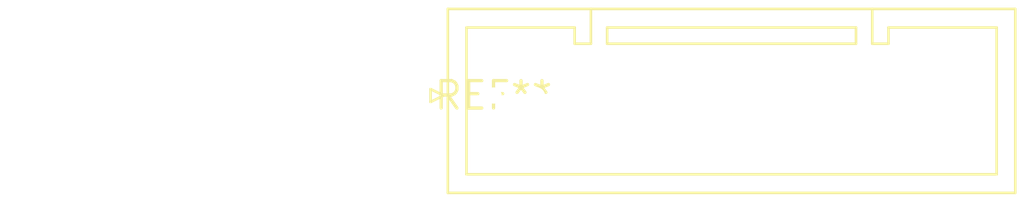
<source format=kicad_pcb>
(kicad_pcb (version 20240108) (generator pcbnew)
  (layers (0 "F.Cu" signal) (31 "B.Cu" signal) (34 "B.Paste" user) (35 "F.Paste" user) (36 "B.SilkS" user "B.Silkscreen") (37 "F.SilkS" user "F.Silkscreen") (38 "B.Mask" user) (39 "F.Mask" user) (44 "Edge.Cuts" user))
  (net 0 "")
  (footprint "JST_PUD_B24B-PUDSS_2x12_P2.00mm_Vertical" (layer "F.Cu") (at 0 0)
    (property "Reference" "REF**")
    (property "Value" "JST_PUD_B24B-PUDSS_2x12_P2.00mm_Vertical")
    (fp_line (start -2.91 -0.3) (end -2.31 0) (layer "F.SilkS") (stroke (width 0.12)))
    (fp_line (start -2.91 0.3) (end -2.91 -0.3) (layer "F.SilkS") (stroke (width 0.12)))
    (fp_line (start -2.31 0) (end -2.91 0.3) (layer "F.SilkS") (stroke (width 0.12)))
    (fp_line (start -2.11 -4.01) (end -2.11 4.51) (layer "F.SilkS") (stroke (width 0.12)))
    (fp_line (start -2.11 4.51) (end 24.11 4.51) (layer "F.SilkS") (stroke (width 0.12)))
    (fp_line (start -1.25 -3.15) (end -1.25 3.65) (layer "F.SilkS") (stroke (width 0.12)))
    (fp_line (start -1.25 3.65) (end 11 3.65) (layer "F.SilkS") (stroke (width 0.12)))
    (fp_line (start 3.75 -3.15) (end -1.25 -3.15) (layer "F.SilkS") (stroke (width 0.12)))
    (fp_line (start 3.75 -2.4) (end 3.75 -3.15) (layer "F.SilkS") (stroke (width 0.12)))
    (fp_line (start 4.5 -4.01) (end 4.5 -2.4) (layer "F.SilkS") (stroke (width 0.12)))
    (fp_line (start 4.5 -2.4) (end 3.75 -2.4) (layer "F.SilkS") (stroke (width 0.12)))
    (fp_line (start 5.25 -3.15) (end 5.25 -2.4) (layer "F.SilkS") (stroke (width 0.12)))
    (fp_line (start 5.25 -2.4) (end 16.75 -2.4) (layer "F.SilkS") (stroke (width 0.12)))
    (fp_line (start 16.75 -3.15) (end 5.25 -3.15) (layer "F.SilkS") (stroke (width 0.12)))
    (fp_line (start 16.75 -2.4) (end 16.75 -3.15) (layer "F.SilkS") (stroke (width 0.12)))
    (fp_line (start 17.5 -4.01) (end 17.5 -2.4) (layer "F.SilkS") (stroke (width 0.12)))
    (fp_line (start 17.5 -2.4) (end 18.25 -2.4) (layer "F.SilkS") (stroke (width 0.12)))
    (fp_line (start 18.25 -3.15) (end 23.25 -3.15) (layer "F.SilkS") (stroke (width 0.12)))
    (fp_line (start 18.25 -2.4) (end 18.25 -3.15) (layer "F.SilkS") (stroke (width 0.12)))
    (fp_line (start 23.25 -3.15) (end 23.25 3.65) (layer "F.SilkS") (stroke (width 0.12)))
    (fp_line (start 23.25 3.65) (end 11 3.65) (layer "F.SilkS") (stroke (width 0.12)))
    (fp_line (start 24.11 -4.01) (end -2.11 -4.01) (layer "F.SilkS") (stroke (width 0.12)))
    (fp_line (start 24.11 4.51) (end 24.11 -4.01) (layer "F.SilkS") (stroke (width 0.12)))
    (pad "1" thru_hole roundrect (at 0 0) (size 1.2 1.2) (drill 0.75) (layers *.Cu *.Mask) (remove_unused_layers) (roundrect_rratio 0.208333))
    (pad "2" thru_hole circle (at 0 2) (size 1.2 1.2) (drill 0.75) (layers *.Cu *.Mask) (remove_unused_layers))
    (pad "3" thru_hole circle (at 2 0) (size 1.2 1.2) (drill 0.75) (layers *.Cu *.Mask) (remove_unused_layers))
    (pad "4" thru_hole circle (at 2 2) (size 1.2 1.2) (drill 0.75) (layers *.Cu *.Mask) (remove_unused_layers))
    (pad "5" thru_hole circle (at 4 0) (size 1.2 1.2) (drill 0.75) (layers *.Cu *.Mask) (remove_unused_layers))
    (pad "6" thru_hole circle (at 4 2) (size 1.2 1.2) (drill 0.75) (layers *.Cu *.Mask) (remove_unused_layers))
    (pad "7" thru_hole circle (at 6 0) (size 1.2 1.2) (drill 0.75) (layers *.Cu *.Mask) (remove_unused_layers))
    (pad "8" thru_hole circle (at 6 2) (size 1.2 1.2) (drill 0.75) (layers *.Cu *.Mask) (remove_unused_layers))
    (pad "9" thru_hole circle (at 8 0) (size 1.2 1.2) (drill 0.75) (layers *.Cu *.Mask) (remove_unused_layers))
    (pad "10" thru_hole circle (at 8 2) (size 1.2 1.2) (drill 0.75) (layers *.Cu *.Mask) (remove_unused_layers))
    (pad "11" thru_hole circle (at 10 0) (size 1.2 1.2) (drill 0.75) (layers *.Cu *.Mask) (remove_unused_layers))
    (pad "12" thru_hole circle (at 10 2) (size 1.2 1.2) (drill 0.75) (layers *.Cu *.Mask) (remove_unused_layers))
    (pad "13" thru_hole circle (at 12 0) (size 1.2 1.2) (drill 0.75) (layers *.Cu *.Mask) (remove_unused_layers))
    (pad "14" thru_hole circle (at 12 2) (size 1.2 1.2) (drill 0.75) (layers *.Cu *.Mask) (remove_unused_layers))
    (pad "15" thru_hole circle (at 14 0) (size 1.2 1.2) (drill 0.75) (layers *.Cu *.Mask) (remove_unused_layers))
    (pad "16" thru_hole circle (at 14 2) (size 1.2 1.2) (drill 0.75) (layers *.Cu *.Mask) (remove_unused_layers))
    (pad "17" thru_hole circle (at 16 0) (size 1.2 1.2) (drill 0.75) (layers *.Cu *.Mask) (remove_unused_layers))
    (pad "18" thru_hole circle (at 16 2) (size 1.2 1.2) (drill 0.75) (layers *.Cu *.Mask) (remove_unused_layers))
    (pad "19" thru_hole circle (at 18 0) (size 1.2 1.2) (drill 0.75) (layers *.Cu *.Mask) (remove_unused_layers))
    (pad "20" thru_hole circle (at 18 2) (size 1.2 1.2) (drill 0.75) (layers *.Cu *.Mask) (remove_unused_layers))
    (pad "21" thru_hole circle (at 20 0) (size 1.2 1.2) (drill 0.75) (layers *.Cu *.Mask) (remove_unused_layers))
    (pad "22" thru_hole circle (at 20 2) (size 1.2 1.2) (drill 0.75) (layers *.Cu *.Mask) (remove_unused_layers))
    (pad "23" thru_hole circle (at 22 0) (size 1.2 1.2) (drill 0.75) (layers *.Cu *.Mask) (remove_unused_layers))
    (pad "24" thru_hole circle (at 22 2) (size 1.2 1.2) (drill 0.75) (layers *.Cu *.Mask) (remove_unused_layers))
  )
)
</source>
